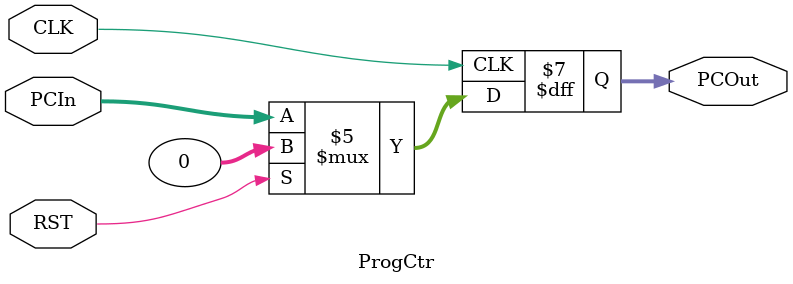
<source format=v>
`timescale 1ns / 1ps

module ProgCtr #(parameter WL = 32) (CLK, RST, PCIn, PCOut);

input CLK, RST;
input [WL-1:0] PCIn;
output reg [WL-1:0] PCOut;

initial PCOut <= 0;

always @(posedge CLK) begin
    if(RST == 1) PCOut <= 0;
    else begin
        PCOut <= PCIn;
    end
end  

endmodule

</source>
